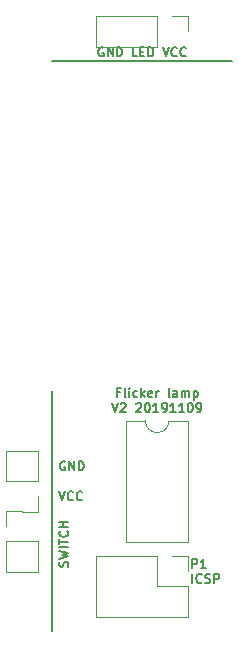
<source format=gto>
G04 #@! TF.FileFunction,Legend,Top*
%FSLAX46Y46*%
G04 Gerber Fmt 4.6, Leading zero omitted, Abs format (unit mm)*
G04 Created by KiCad (PCBNEW 4.0.7-e2-6376~61~ubuntu18.04.1) date Sat Nov 23 09:42:22 2019*
%MOMM*%
%LPD*%
G01*
G04 APERTURE LIST*
%ADD10C,0.100000*%
%ADD11C,0.127000*%
%ADD12C,0.200000*%
%ADD13C,0.120000*%
G04 APERTURE END LIST*
D10*
D11*
X9416143Y62103000D02*
X9343572Y62139286D01*
X9234715Y62139286D01*
X9125858Y62103000D01*
X9053286Y62030429D01*
X9017001Y61957857D01*
X8980715Y61812714D01*
X8980715Y61703857D01*
X9017001Y61558714D01*
X9053286Y61486143D01*
X9125858Y61413571D01*
X9234715Y61377286D01*
X9307286Y61377286D01*
X9416143Y61413571D01*
X9452429Y61449857D01*
X9452429Y61703857D01*
X9307286Y61703857D01*
X9779001Y61377286D02*
X9779001Y62139286D01*
X10214429Y61377286D01*
X10214429Y62139286D01*
X10577287Y61377286D02*
X10577287Y62139286D01*
X10758715Y62139286D01*
X10867572Y62103000D01*
X10940144Y62030429D01*
X10976429Y61957857D01*
X11012715Y61812714D01*
X11012715Y61703857D01*
X10976429Y61558714D01*
X10940144Y61486143D01*
X10867572Y61413571D01*
X10758715Y61377286D01*
X10577287Y61377286D01*
X12282715Y61377286D02*
X11919858Y61377286D01*
X11919858Y62139286D01*
X12536715Y61776429D02*
X12790715Y61776429D01*
X12899572Y61377286D02*
X12536715Y61377286D01*
X12536715Y62139286D01*
X12899572Y62139286D01*
X13226144Y61377286D02*
X13226144Y62139286D01*
X13407572Y62139286D01*
X13516429Y62103000D01*
X13589001Y62030429D01*
X13625286Y61957857D01*
X13661572Y61812714D01*
X13661572Y61703857D01*
X13625286Y61558714D01*
X13589001Y61486143D01*
X13516429Y61413571D01*
X13407572Y61377286D01*
X13226144Y61377286D01*
X14459857Y62139286D02*
X14713857Y61377286D01*
X14967857Y62139286D01*
X15657286Y61449857D02*
X15621000Y61413571D01*
X15512143Y61377286D01*
X15439572Y61377286D01*
X15330715Y61413571D01*
X15258143Y61486143D01*
X15221858Y61558714D01*
X15185572Y61703857D01*
X15185572Y61812714D01*
X15221858Y61957857D01*
X15258143Y62030429D01*
X15330715Y62103000D01*
X15439572Y62139286D01*
X15512143Y62139286D01*
X15621000Y62103000D01*
X15657286Y62066714D01*
X16419286Y61449857D02*
X16383000Y61413571D01*
X16274143Y61377286D01*
X16201572Y61377286D01*
X16092715Y61413571D01*
X16020143Y61486143D01*
X15983858Y61558714D01*
X15947572Y61703857D01*
X15947572Y61812714D01*
X15983858Y61957857D01*
X16020143Y62030429D01*
X16092715Y62103000D01*
X16201572Y62139286D01*
X16274143Y62139286D01*
X16383000Y62103000D01*
X16419286Y62066714D01*
D12*
X20320000Y60960000D02*
X5080000Y60960000D01*
X5080000Y33020000D02*
X5080000Y12700000D01*
D11*
X10813143Y32947429D02*
X10559143Y32947429D01*
X10559143Y32548286D02*
X10559143Y33310286D01*
X10922000Y33310286D01*
X11321143Y32548286D02*
X11248571Y32584571D01*
X11212286Y32657143D01*
X11212286Y33310286D01*
X11611429Y32548286D02*
X11611429Y33056286D01*
X11611429Y33310286D02*
X11575143Y33274000D01*
X11611429Y33237714D01*
X11647714Y33274000D01*
X11611429Y33310286D01*
X11611429Y33237714D01*
X12300857Y32584571D02*
X12228286Y32548286D01*
X12083143Y32548286D01*
X12010571Y32584571D01*
X11974286Y32620857D01*
X11938000Y32693429D01*
X11938000Y32911143D01*
X11974286Y32983714D01*
X12010571Y33020000D01*
X12083143Y33056286D01*
X12228286Y33056286D01*
X12300857Y33020000D01*
X12627429Y32548286D02*
X12627429Y33310286D01*
X12700000Y32838571D02*
X12917714Y32548286D01*
X12917714Y33056286D02*
X12627429Y32766000D01*
X13534571Y32584571D02*
X13462000Y32548286D01*
X13316857Y32548286D01*
X13244286Y32584571D01*
X13208000Y32657143D01*
X13208000Y32947429D01*
X13244286Y33020000D01*
X13316857Y33056286D01*
X13462000Y33056286D01*
X13534571Y33020000D01*
X13570857Y32947429D01*
X13570857Y32874857D01*
X13208000Y32802286D01*
X13897429Y32548286D02*
X13897429Y33056286D01*
X13897429Y32911143D02*
X13933714Y32983714D01*
X13970000Y33020000D01*
X14042571Y33056286D01*
X14115143Y33056286D01*
X15058571Y32548286D02*
X14985999Y32584571D01*
X14949714Y32657143D01*
X14949714Y33310286D01*
X15675428Y32548286D02*
X15675428Y32947429D01*
X15639142Y33020000D01*
X15566571Y33056286D01*
X15421428Y33056286D01*
X15348857Y33020000D01*
X15675428Y32584571D02*
X15602857Y32548286D01*
X15421428Y32548286D01*
X15348857Y32584571D01*
X15312571Y32657143D01*
X15312571Y32729714D01*
X15348857Y32802286D01*
X15421428Y32838571D01*
X15602857Y32838571D01*
X15675428Y32874857D01*
X16038286Y32548286D02*
X16038286Y33056286D01*
X16038286Y32983714D02*
X16074571Y33020000D01*
X16147143Y33056286D01*
X16256000Y33056286D01*
X16328571Y33020000D01*
X16364857Y32947429D01*
X16364857Y32548286D01*
X16364857Y32947429D02*
X16401143Y33020000D01*
X16473714Y33056286D01*
X16582571Y33056286D01*
X16655143Y33020000D01*
X16691428Y32947429D01*
X16691428Y32548286D01*
X17054286Y33056286D02*
X17054286Y32294286D01*
X17054286Y33020000D02*
X17126857Y33056286D01*
X17272000Y33056286D01*
X17344571Y33020000D01*
X17380857Y32983714D01*
X17417143Y32911143D01*
X17417143Y32693429D01*
X17380857Y32620857D01*
X17344571Y32584571D01*
X17272000Y32548286D01*
X17126857Y32548286D01*
X17054286Y32584571D01*
X10160001Y32040286D02*
X10414001Y31278286D01*
X10668001Y32040286D01*
X10885716Y31967714D02*
X10922002Y32004000D01*
X10994573Y32040286D01*
X11176002Y32040286D01*
X11248573Y32004000D01*
X11284859Y31967714D01*
X11321144Y31895143D01*
X11321144Y31822571D01*
X11284859Y31713714D01*
X10849430Y31278286D01*
X11321144Y31278286D01*
X12192001Y31967714D02*
X12228287Y32004000D01*
X12300858Y32040286D01*
X12482287Y32040286D01*
X12554858Y32004000D01*
X12591144Y31967714D01*
X12627429Y31895143D01*
X12627429Y31822571D01*
X12591144Y31713714D01*
X12155715Y31278286D01*
X12627429Y31278286D01*
X13099143Y32040286D02*
X13171715Y32040286D01*
X13244286Y32004000D01*
X13280572Y31967714D01*
X13316858Y31895143D01*
X13353143Y31750000D01*
X13353143Y31568571D01*
X13316858Y31423429D01*
X13280572Y31350857D01*
X13244286Y31314571D01*
X13171715Y31278286D01*
X13099143Y31278286D01*
X13026572Y31314571D01*
X12990286Y31350857D01*
X12954001Y31423429D01*
X12917715Y31568571D01*
X12917715Y31750000D01*
X12954001Y31895143D01*
X12990286Y31967714D01*
X13026572Y32004000D01*
X13099143Y32040286D01*
X14078857Y31278286D02*
X13643429Y31278286D01*
X13861143Y31278286D02*
X13861143Y32040286D01*
X13788572Y31931429D01*
X13716000Y31858857D01*
X13643429Y31822571D01*
X14441714Y31278286D02*
X14586857Y31278286D01*
X14659429Y31314571D01*
X14695714Y31350857D01*
X14768286Y31459714D01*
X14804571Y31604857D01*
X14804571Y31895143D01*
X14768286Y31967714D01*
X14732000Y32004000D01*
X14659429Y32040286D01*
X14514286Y32040286D01*
X14441714Y32004000D01*
X14405429Y31967714D01*
X14369143Y31895143D01*
X14369143Y31713714D01*
X14405429Y31641143D01*
X14441714Y31604857D01*
X14514286Y31568571D01*
X14659429Y31568571D01*
X14732000Y31604857D01*
X14768286Y31641143D01*
X14804571Y31713714D01*
X15530285Y31278286D02*
X15094857Y31278286D01*
X15312571Y31278286D02*
X15312571Y32040286D01*
X15240000Y31931429D01*
X15167428Y31858857D01*
X15094857Y31822571D01*
X16255999Y31278286D02*
X15820571Y31278286D01*
X16038285Y31278286D02*
X16038285Y32040286D01*
X15965714Y31931429D01*
X15893142Y31858857D01*
X15820571Y31822571D01*
X16727713Y32040286D02*
X16800285Y32040286D01*
X16872856Y32004000D01*
X16909142Y31967714D01*
X16945428Y31895143D01*
X16981713Y31750000D01*
X16981713Y31568571D01*
X16945428Y31423429D01*
X16909142Y31350857D01*
X16872856Y31314571D01*
X16800285Y31278286D01*
X16727713Y31278286D01*
X16655142Y31314571D01*
X16618856Y31350857D01*
X16582571Y31423429D01*
X16546285Y31568571D01*
X16546285Y31750000D01*
X16582571Y31895143D01*
X16618856Y31967714D01*
X16655142Y32004000D01*
X16727713Y32040286D01*
X17344570Y31278286D02*
X17489713Y31278286D01*
X17562285Y31314571D01*
X17598570Y31350857D01*
X17671142Y31459714D01*
X17707427Y31604857D01*
X17707427Y31895143D01*
X17671142Y31967714D01*
X17634856Y32004000D01*
X17562285Y32040286D01*
X17417142Y32040286D01*
X17344570Y32004000D01*
X17308285Y31967714D01*
X17271999Y31895143D01*
X17271999Y31713714D01*
X17308285Y31641143D01*
X17344570Y31604857D01*
X17417142Y31568571D01*
X17562285Y31568571D01*
X17634856Y31604857D01*
X17671142Y31641143D01*
X17707427Y31713714D01*
X16945429Y18070286D02*
X16945429Y18832286D01*
X17235714Y18832286D01*
X17308286Y18796000D01*
X17344571Y18759714D01*
X17380857Y18687143D01*
X17380857Y18578286D01*
X17344571Y18505714D01*
X17308286Y18469429D01*
X17235714Y18433143D01*
X16945429Y18433143D01*
X18106571Y18070286D02*
X17671143Y18070286D01*
X17888857Y18070286D02*
X17888857Y18832286D01*
X17816286Y18723429D01*
X17743714Y18650857D01*
X17671143Y18614571D01*
X16945429Y16800286D02*
X16945429Y17562286D01*
X17743714Y16872857D02*
X17707428Y16836571D01*
X17598571Y16800286D01*
X17526000Y16800286D01*
X17417143Y16836571D01*
X17344571Y16909143D01*
X17308286Y16981714D01*
X17272000Y17126857D01*
X17272000Y17235714D01*
X17308286Y17380857D01*
X17344571Y17453429D01*
X17417143Y17526000D01*
X17526000Y17562286D01*
X17598571Y17562286D01*
X17707428Y17526000D01*
X17743714Y17489714D01*
X18034000Y16836571D02*
X18142857Y16800286D01*
X18324286Y16800286D01*
X18396857Y16836571D01*
X18433143Y16872857D01*
X18469428Y16945429D01*
X18469428Y17018000D01*
X18433143Y17090571D01*
X18396857Y17126857D01*
X18324286Y17163143D01*
X18179143Y17199429D01*
X18106571Y17235714D01*
X18070286Y17272000D01*
X18034000Y17344571D01*
X18034000Y17417143D01*
X18070286Y17489714D01*
X18106571Y17526000D01*
X18179143Y17562286D01*
X18360571Y17562286D01*
X18469428Y17526000D01*
X18796000Y16800286D02*
X18796000Y17562286D01*
X19086285Y17562286D01*
X19158857Y17526000D01*
X19195142Y17489714D01*
X19231428Y17417143D01*
X19231428Y17308286D01*
X19195142Y17235714D01*
X19158857Y17199429D01*
X19086285Y17163143D01*
X18796000Y17163143D01*
X6404429Y18179143D02*
X6440714Y18288000D01*
X6440714Y18469429D01*
X6404429Y18542000D01*
X6368143Y18578286D01*
X6295571Y18614571D01*
X6223000Y18614571D01*
X6150429Y18578286D01*
X6114143Y18542000D01*
X6077857Y18469429D01*
X6041571Y18324286D01*
X6005286Y18251714D01*
X5969000Y18215429D01*
X5896429Y18179143D01*
X5823857Y18179143D01*
X5751286Y18215429D01*
X5715000Y18251714D01*
X5678714Y18324286D01*
X5678714Y18505714D01*
X5715000Y18614571D01*
X5678714Y18868571D02*
X6440714Y19050000D01*
X5896429Y19195143D01*
X6440714Y19340285D01*
X5678714Y19521714D01*
X6440714Y19812000D02*
X5678714Y19812000D01*
X5678714Y20065999D02*
X5678714Y20501428D01*
X6440714Y20283714D02*
X5678714Y20283714D01*
X6368143Y21190856D02*
X6404429Y21154570D01*
X6440714Y21045713D01*
X6440714Y20973142D01*
X6404429Y20864285D01*
X6331857Y20791713D01*
X6259286Y20755428D01*
X6114143Y20719142D01*
X6005286Y20719142D01*
X5860143Y20755428D01*
X5787571Y20791713D01*
X5715000Y20864285D01*
X5678714Y20973142D01*
X5678714Y21045713D01*
X5715000Y21154570D01*
X5751286Y21190856D01*
X6440714Y21517428D02*
X5678714Y21517428D01*
X6041571Y21517428D02*
X6041571Y21952856D01*
X6440714Y21952856D02*
X5678714Y21952856D01*
X5660571Y24547286D02*
X5914571Y23785286D01*
X6168571Y24547286D01*
X6858000Y23857857D02*
X6821714Y23821571D01*
X6712857Y23785286D01*
X6640286Y23785286D01*
X6531429Y23821571D01*
X6458857Y23894143D01*
X6422572Y23966714D01*
X6386286Y24111857D01*
X6386286Y24220714D01*
X6422572Y24365857D01*
X6458857Y24438429D01*
X6531429Y24511000D01*
X6640286Y24547286D01*
X6712857Y24547286D01*
X6821714Y24511000D01*
X6858000Y24474714D01*
X7620000Y23857857D02*
X7583714Y23821571D01*
X7474857Y23785286D01*
X7402286Y23785286D01*
X7293429Y23821571D01*
X7220857Y23894143D01*
X7184572Y23966714D01*
X7148286Y24111857D01*
X7148286Y24220714D01*
X7184572Y24365857D01*
X7220857Y24438429D01*
X7293429Y24511000D01*
X7402286Y24547286D01*
X7474857Y24547286D01*
X7583714Y24511000D01*
X7620000Y24474714D01*
X6168571Y27051000D02*
X6096000Y27087286D01*
X5987143Y27087286D01*
X5878286Y27051000D01*
X5805714Y26978429D01*
X5769429Y26905857D01*
X5733143Y26760714D01*
X5733143Y26651857D01*
X5769429Y26506714D01*
X5805714Y26434143D01*
X5878286Y26361571D01*
X5987143Y26325286D01*
X6059714Y26325286D01*
X6168571Y26361571D01*
X6204857Y26397857D01*
X6204857Y26651857D01*
X6059714Y26651857D01*
X6531429Y26325286D02*
X6531429Y27087286D01*
X6966857Y26325286D01*
X6966857Y27087286D01*
X7329715Y26325286D02*
X7329715Y27087286D01*
X7511143Y27087286D01*
X7620000Y27051000D01*
X7692572Y26978429D01*
X7728857Y26905857D01*
X7765143Y26760714D01*
X7765143Y26651857D01*
X7728857Y26506714D01*
X7692572Y26434143D01*
X7620000Y26361571D01*
X7511143Y26325286D01*
X7329715Y26325286D01*
D13*
X13970000Y64830000D02*
X8830000Y64830000D01*
X8830000Y64830000D02*
X8830000Y62170000D01*
X8830000Y62170000D02*
X13970000Y62170000D01*
X13970000Y62170000D02*
X13970000Y64830000D01*
X15240000Y64830000D02*
X16570000Y64830000D01*
X16570000Y64830000D02*
X16570000Y63500000D01*
X1210000Y20320000D02*
X1210000Y17720000D01*
X1210000Y17720000D02*
X3870000Y17720000D01*
X3870000Y17720000D02*
X3870000Y20320000D01*
X3870000Y20320000D02*
X1210000Y20320000D01*
X1210000Y21590000D02*
X1210000Y22920000D01*
X1210000Y22920000D02*
X2540000Y22920000D01*
X3870000Y25400000D02*
X3870000Y28000000D01*
X3870000Y28000000D02*
X1210000Y28000000D01*
X1210000Y28000000D02*
X1210000Y25400000D01*
X1210000Y25400000D02*
X3870000Y25400000D01*
X3870000Y24130000D02*
X3870000Y22800000D01*
X3870000Y22800000D02*
X2540000Y22800000D01*
X14970000Y30540000D02*
G75*
G02X12970000Y30540000I-1000000J0D01*
G01*
X12970000Y30540000D02*
X11320000Y30540000D01*
X11320000Y30540000D02*
X11320000Y20260000D01*
X11320000Y20260000D02*
X16620000Y20260000D01*
X16620000Y20260000D02*
X16620000Y30540000D01*
X16620000Y30540000D02*
X14970000Y30540000D01*
X8830000Y19110000D02*
X8830000Y13910000D01*
X13970000Y19110000D02*
X8830000Y19110000D01*
X16570000Y13910000D02*
X8830000Y13910000D01*
X13970000Y19110000D02*
X13970000Y16510000D01*
X13970000Y16510000D02*
X16570000Y16510000D01*
X16570000Y16510000D02*
X16570000Y13910000D01*
X15240000Y19110000D02*
X16570000Y19110000D01*
X16570000Y19110000D02*
X16570000Y17780000D01*
M02*

</source>
